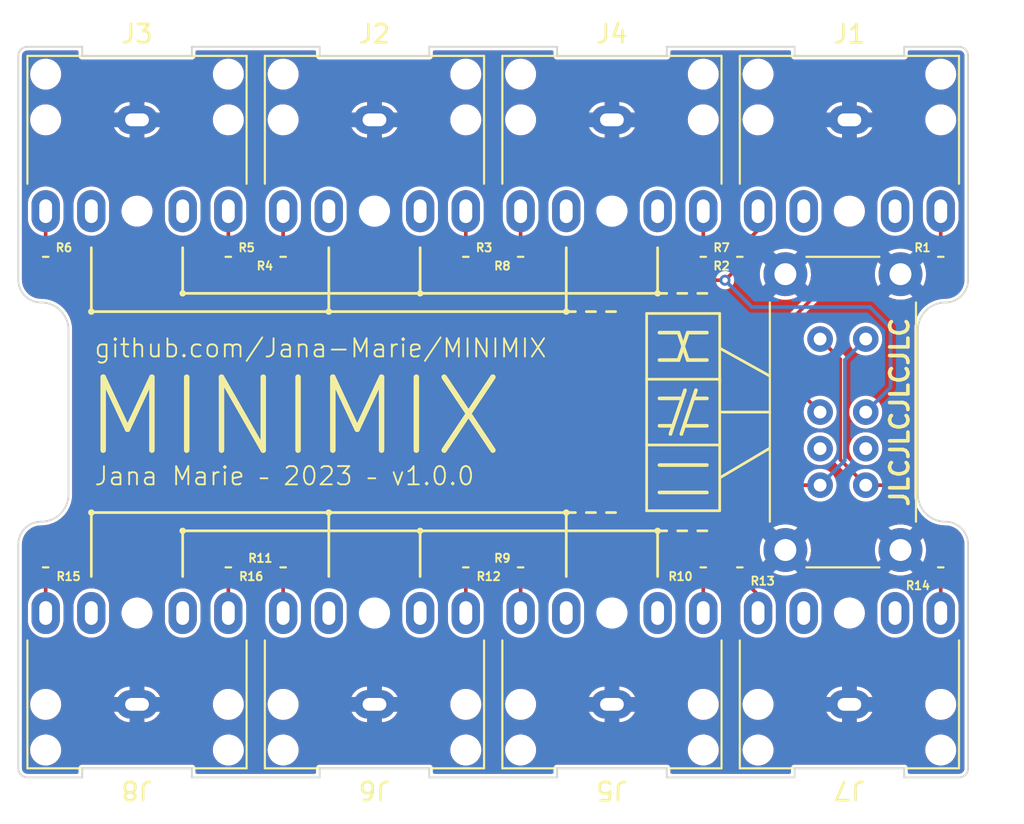
<source format=kicad_pcb>
(kicad_pcb (version 20211014) (generator pcbnew)
  (title_block (title "MINIMIX") (date "2023-03-21") (rev "v1.0.0") (company "Jana Marie Hemsing"))
  (layers (0 "F.Cu" signal) (31 "B.Cu" signal) (34 "B.Paste" user) (35 "F.Paste" user) (36 "B.SilkS" user "B.Silkscreen") (37 "F.SilkS" user "F.Silkscreen") (38 "B.Mask" user) (39 "F.Mask" user) (44 "Edge.Cuts" user))
  (net 0 "")
  (net 1 "GND")
  (net 2 "Net-(R1-Pad1)")
  (net 3 "Net-(J1-PadR)")
  (net 4 "Net-(J1-PadT)")
  (net 5 "Net-(R2-Pad2)")
  (net 6 "Net-(J2-PadR)")
  (net 7 "Net-(J2-PadT)")
  (net 8 "Net-(J3-PadR)")
  (net 9 "Net-(J3-PadT)")
  (net 10 "Net-(J4-PadR)")
  (net 11 "Net-(J4-PadT)")
  (net 12 "Net-(J5-PadR)")
  (net 13 "Net-(J5-PadT)")
  (net 14 "Net-(J6-PadR)")
  (net 15 "Net-(J6-PadT)")
  (net 16 "Net-(J7-PadR)")
  (net 17 "Net-(J7-PadT)")
  (net 20 "Net-(SW1-PadA1)")
  (net 21 "Net-(SW1-PadA4)")
  (net 22 "Net-(R15-Pad2)")
  (net 23 "Net-(R16-Pad1)")
  (footprint "otter:PJ-3126-5A" (layer "F.Cu") (at 97 34)
    (fp_text reference "J1" (at 0 -4.7 unlocked) (layer "F.SilkS"))
    (fp_text value "INOUT")
    (fp_line (start -6 -3.5) (end 6 -3.5) (layer "F.SilkS") (width 0.12))
    (fp_line (start 6 3.5) (end 6 -3.5) (layer "F.SilkS") (width 0.12))
    (fp_line (start -6 3.5) (end -6 -3.5) (layer "F.SilkS") (width 0.12))
    (pad "" np_thru_hole circle (at -5 0 90) (size 1.2 1.2) (drill 1.2) (layers F&B.Cu *.Mask))
    (pad "" np_thru_hole circle (at 5 0 90) (size 1.2 1.2) (drill 1.2) (layers F&B.Cu *.Mask))
    (pad "" np_thru_hole circle (at -5 -2.5 90) (size 1.2 1.2) (drill 1.2) (layers F&B.Cu *.Mask))
    (pad "" np_thru_hole circle (at 5 -2.5 90) (size 1.2 1.2) (drill 1.2) (layers F&B.Cu *.Mask))
    (pad "" np_thru_hole circle (at 0 5 90) (size 1.2 1.2) (drill 1.2) (layers F&B.Cu *.Mask))
    (pad "R" thru_hole oval (at 5 5 90) (size 2.3 1.55) (drill oval 1.3 0.7) (layers *.Cu *.Mask) (net 3 "Net-(J1-PadR)"))
    (pad "RN" thru_hole oval (at 2.5 5 90) (size 2.3 1.55) (drill oval 1.3 0.7) (layers *.Cu *.Mask))
    (pad "S" thru_hole oval (at 0 0) (size 2.3 1.55) (drill oval 1.3 0.7) (layers *.Cu *.Mask) (net 1 "GND"))
    (pad "T" thru_hole oval (at -5 5 90) (size 2.3 1.55) (drill oval 1.3 0.7) (layers *.Cu *.Mask) (net 4 "Net-(J1-PadT)"))
    (pad "TN" thru_hole oval (at -2.5 5 90) (size 2.3 1.55) (drill oval 1.3 0.7) (layers *.Cu *.Mask))
  )
  (footprint "otter:PJ-3126-5A" (layer "F.Cu") (at 58 34)
    (fp_text reference "J3" (at 0 -4.7 unlocked) (layer "F.SilkS"))
    (fp_text value "INOUT")
    (fp_line (start 6 3.5) (end 6 -3.5) (layer "F.SilkS") (width 0.12))
    (fp_line (start -6 3.5) (end -6 -3.5) (layer "F.SilkS") (width 0.12))
    (fp_line (start -6 -3.5) (end 6 -3.5) (layer "F.SilkS") (width 0.12))
    (pad "" np_thru_hole circle (at 0 5 90) (size 1.2 1.2) (drill 1.2) (layers F&B.Cu *.Mask))
    (pad "" np_thru_hole circle (at 5 0 90) (size 1.2 1.2) (drill 1.2) (layers F&B.Cu *.Mask))
    (pad "" np_thru_hole circle (at -5 -2.5 90) (size 1.2 1.2) (drill 1.2) (layers F&B.Cu *.Mask))
    (pad "" np_thru_hole circle (at -5 0 90) (size 1.2 1.2) (drill 1.2) (layers F&B.Cu *.Mask))
    (pad "" np_thru_hole circle (at 5 -2.5 90) (size 1.2 1.2) (drill 1.2) (layers F&B.Cu *.Mask))
    (pad "R" thru_hole oval (at 5 5 90) (size 2.3 1.55) (drill oval 1.3 0.7) (layers *.Cu *.Mask) (net 8 "Net-(J3-PadR)"))
    (pad "RN" thru_hole oval (at 2.5 5 90) (size 2.3 1.55) (drill oval 1.3 0.7) (layers *.Cu *.Mask))
    (pad "S" thru_hole oval (at 0 0) (size 2.3 1.55) (drill oval 1.3 0.7) (layers *.Cu *.Mask) (net 1 "GND"))
    (pad "T" thru_hole oval (at -5 5 90) (size 2.3 1.55) (drill oval 1.3 0.7) (layers *.Cu *.Mask) (net 9 "Net-(J3-PadT)"))
    (pad "TN" thru_hole oval (at -2.5 5 90) (size 2.3 1.55) (drill oval 1.3 0.7) (layers *.Cu *.Mask))
  )
  (footprint "otter:PJ-3126-5A" (layer "F.Cu") (at 84 34)
    (fp_text reference "J4" (at 0 -4.7 unlocked) (layer "F.SilkS"))
    (fp_text value "INOUT")
    (fp_line (start -6 3.5) (end -6 -3.5) (layer "F.SilkS") (width 0.12))
    (fp_line (start -6 -3.5) (end 6 -3.5) (layer "F.SilkS") (width 0.12))
    (fp_line (start 6 3.5) (end 6 -3.5) (layer "F.SilkS") (width 0.12))
    (pad "" np_thru_hole circle (at 5 0 90) (size 1.2 1.2) (drill 1.2) (layers F&B.Cu *.Mask))
    (pad "" np_thru_hole circle (at -5 -2.5 90) (size 1.2 1.2) (drill 1.2) (layers F&B.Cu *.Mask))
    (pad "" np_thru_hole circle (at 0 5 90) (size 1.2 1.2) (drill 1.2) (layers F&B.Cu *.Mask))
    (pad "" np_thru_hole circle (at -5 0 90) (size 1.2 1.2) (drill 1.2) (layers F&B.Cu *.Mask))
    (pad "" np_thru_hole circle (at 5 -2.5 90) (size 1.2 1.2) (drill 1.2) (layers F&B.Cu *.Mask))
    (pad "R" thru_hole oval (at 5 5 90) (size 2.3 1.55) (drill oval 1.3 0.7) (layers *.Cu *.Mask) (net 10 "Net-(J4-PadR)"))
    (pad "RN" thru_hole oval (at 2.5 5 90) (size 2.3 1.55) (drill oval 1.3 0.7) (layers *.Cu *.Mask))
    (pad "S" thru_hole oval (at 0 0) (size 2.3 1.55) (drill oval 1.3 0.7) (layers *.Cu *.Mask) (net 1 "GND"))
    (pad "T" thru_hole oval (at -5 5 90) (size 2.3 1.55) (drill oval 1.3 0.7) (layers *.Cu *.Mask) (net 11 "Net-(J4-PadT)"))
    (pad "TN" thru_hole oval (at -2.5 5 90) (size 2.3 1.55) (drill oval 1.3 0.7) (layers *.Cu *.Mask))
  )
  (footprint "otter:R_0402" (layer "F.Cu") (at 53 58.5 -90)
    (fp_text reference "R15" (at 0.5 -1.25 180) (layer "F.SilkS") (effects (font (size 0.45 0.45) (thickness 0.1))))
    (fp_text value "5k1" hide)
    (fp_line (start 0 0.15) (end 0 -0.15) (layer "F.SilkS") (width 0.12))
    (pad "1" smd rect locked (at -0.47 0 270) (size 0.5 0.6) (layers "F.Cu" "F.Paste" "F.Mask") (net 20 "Net-(SW1-PadA1)"))
    (pad "2" smd rect locked (at 0.47 0 270) (size 0.5 0.6) (layers "F.Cu" "F.Paste" "F.Mask") (net 22 "Net-(R15-Pad2)"))
  )
  (footprint "otter:R_0402" (layer "F.Cu") (at 79 41.5 -90)
    (fp_text reference "R8" (at 0.5 1 180) (layer "F.SilkS") (effects (font (size 0.45 0.45) (thickness 0.1))))
    (fp_text value "5k1" hide)
    (fp_line (start 0 0.15) (end 0 -0.15) (layer "F.SilkS") (width 0.12))
    (pad "1" smd rect locked (at -0.47 0 270) (size 0.5 0.6) (layers "F.Cu" "F.Paste" "F.Mask") (net 11 "Net-(J4-PadT)"))
    (pad "2" smd rect locked (at 0.47 0 270) (size 0.5 0.6) (layers "F.Cu" "F.Paste" "F.Mask") (net 5 "Net-(R2-Pad2)"))
  )
  (footprint "otter:PJ-3126-5A" (layer "F.Cu") (at 97 66 180)
    (fp_text reference "J7" (at 0 -4.7 180 unlocked) (layer "F.SilkS"))
    (fp_text value "INOUT")
    (fp_line (start -6 3.5) (end -6 -3.5) (layer "F.SilkS") (width 0.12))
    (fp_line (start -6 -3.5) (end 6 -3.5) (layer "F.SilkS") (width 0.12))
    (fp_line (start 6 3.5) (end 6 -3.5) (layer "F.SilkS") (width 0.12))
    (pad "" np_thru_hole circle (at 0 5 270) (size 1.2 1.2) (drill 1.2) (layers F&B.Cu *.Mask))
    (pad "" np_thru_hole circle (at 5 0 270) (size 1.2 1.2) (drill 1.2) (layers F&B.Cu *.Mask))
    (pad "" np_thru_hole circle (at 5 -2.5 270) (size 1.2 1.2) (drill 1.2) (layers F&B.Cu *.Mask))
    (pad "" np_thru_hole circle (at -5 0 270) (size 1.2 1.2) (drill 1.2) (layers F&B.Cu *.Mask))
    (pad "" np_thru_hole circle (at -5 -2.5 270) (size 1.2 1.2) (drill 1.2) (layers F&B.Cu *.Mask))
    (pad "R" thru_hole oval (at 5 5 270) (size 2.3 1.55) (drill oval 1.3 0.7) (layers *.Cu *.Mask) (net 16 "Net-(J7-PadR)"))
    (pad "RN" thru_hole oval (at 2.5 5 270) (size 2.3 1.55) (drill oval 1.3 0.7) (layers *.Cu *.Mask))
    (pad "S" thru_hole oval (at 0 0 180) (size 2.3 1.55) (drill oval 1.3 0.7) (layers *.Cu *.Mask) (net 1 "GND"))
    (pad "T" thru_hole oval (at -5 5 270) (size 2.3 1.55) (drill oval 1.3 0.7) (layers *.Cu *.Mask) (net 17 "Net-(J7-PadT)"))
    (pad "TN" thru_hole oval (at -2.5 5 270) (size 2.3 1.55) (drill oval 1.3 0.7) (layers *.Cu *.Mask))
  )
  (footprint "otter:R_0402" (layer "F.Cu") (at 76 41.5 90)
    (fp_text reference "R3" (at 0.5 1 180) (layer "F.SilkS") (effects (font (size 0.45 0.45) (thickness 0.1))))
    (fp_text value "5k1" hide)
    (fp_line (start 0 0.15) (end 0 -0.15) (layer "F.SilkS") (width 0.12))
    (pad "1" smd rect locked (at -0.47 0 90) (size 0.5 0.6) (layers "F.Cu" "F.Paste" "F.Mask") (net 2 "Net-(R1-Pad1)"))
    (pad "2" smd rect locked (at 0.47 0 90) (size 0.5 0.6) (layers "F.Cu" "F.Paste" "F.Mask") (net 6 "Net-(J2-PadR)"))
  )
  (footprint "otter:PJ-3126-5A" (layer "F.Cu") (at 58 66 180)
    (fp_text reference "J8" (at 0 -4.7 180 unlocked) (layer "F.SilkS"))
    (fp_text value "INOUT")
    (fp_line (start -6 3.5) (end -6 -3.5) (layer "F.SilkS") (width 0.12))
    (fp_line (start -6 -3.5) (end 6 -3.5) (layer "F.SilkS") (width 0.12))
    (fp_line (start 6 3.5) (end 6 -3.5) (layer "F.SilkS") (width 0.12))
    (pad "" np_thru_hole circle (at 5 0 270) (size 1.2 1.2) (drill 1.2) (layers F&B.Cu *.Mask))
    (pad "" np_thru_hole circle (at -5 0 270) (size 1.2 1.2) (drill 1.2) (layers F&B.Cu *.Mask))
    (pad "" np_thru_hole circle (at 5 -2.5 270) (size 1.2 1.2) (drill 1.2) (layers F&B.Cu *.Mask))
    (pad "" np_thru_hole circle (at 0 5 270) (size 1.2 1.2) (drill 1.2) (layers F&B.Cu *.Mask))
    (pad "" np_thru_hole circle (at -5 -2.5 270) (size 1.2 1.2) (drill 1.2) (layers F&B.Cu *.Mask))
    (pad "R" thru_hole oval (at 5 5 270) (size 2.3 1.55) (drill oval 1.3 0.7) (layers *.Cu *.Mask) (net 22 "Net-(R15-Pad2)"))
    (pad "RN" thru_hole oval (at 2.5 5 270) (size 2.3 1.55) (drill oval 1.3 0.7) (layers *.Cu *.Mask))
    (pad "S" thru_hole oval (at 0 0 180) (size 2.3 1.55) (drill oval 1.3 0.7) (layers *.Cu *.Mask) (net 1 "GND"))
    (pad "T" thru_hole oval (at -5 5 270) (size 2.3 1.55) (drill oval 1.3 0.7) (layers *.Cu *.Mask) (net 23 "Net-(R16-Pad1)"))
    (pad "TN" thru_hole oval (at -2.5 5 270) (size 2.3 1.55) (drill oval 1.3 0.7) (layers *.Cu *.Mask))
  )
  (footprint "otter:R_0402" (layer "F.Cu") (at 53 41.5 -90)
    (fp_text reference "R6" (at -0.5 -1 180) (layer "F.SilkS") (effects (font (size 0.45 0.45) (thickness 0.1))))
    (fp_text value "5k1" hide)
    (fp_line (start 0 0.15) (end 0 -0.15) (layer "F.SilkS") (width 0.12))
    (pad "1" smd rect locked (at -0.47 0 270) (size 0.5 0.6) (layers "F.Cu" "F.Paste" "F.Mask") (net 9 "Net-(J3-PadT)"))
    (pad "2" smd rect locked (at 0.47 0 270) (size 0.5 0.6) (layers "F.Cu" "F.Paste" "F.Mask") (net 5 "Net-(R2-Pad2)"))
  )
  (footprint "otter:R_0402" (layer "F.Cu") (at 89 58.5 90)
    (fp_text reference "R10" (at -0.5 -1.25 180) (layer "F.SilkS") (effects (font (size 0.45 0.45) (thickness 0.1))))
    (fp_text value "5k1" hide)
    (fp_line (start 0 0.15) (end 0 -0.15) (layer "F.SilkS") (width 0.12))
    (pad "1" smd rect locked (at -0.47 0 90) (size 0.5 0.6) (layers "F.Cu" "F.Paste" "F.Mask") (net 13 "Net-(J5-PadT)"))
    (pad "2" smd rect locked (at 0.47 0 90) (size 0.5 0.6) (layers "F.Cu" "F.Paste" "F.Mask") (net 21 "Net-(SW1-PadA4)"))
  )
  (footprint "otter:R_0402" (layer "F.Cu") (at 66 41.5 -90)
    (fp_text reference "R4" (at 0.5 1 180) (layer "F.SilkS") (effects (font (size 0.45 0.45) (thickness 0.1))))
    (fp_text value "5k1" hide)
    (fp_line (start 0 0.15) (end 0 -0.15) (layer "F.SilkS") (width 0.12))
    (pad "1" smd rect locked (at -0.47 0 270) (size 0.5 0.6) (layers "F.Cu" "F.Paste" "F.Mask") (net 7 "Net-(J2-PadT)"))
    (pad "2" smd rect locked (at 0.47 0 270) (size 0.5 0.6) (layers "F.Cu" "F.Paste" "F.Mask") (net 5 "Net-(R2-Pad2)"))
  )
  (footprint "otter:R_0402" (layer "F.Cu") (at 79 58.5 -90)
    (fp_text reference "R9" (at -0.5 1 180) (layer "F.SilkS") (effects (font (size 0.45 0.45) (thickness 0.1))))
    (fp_text value "5k1" hide)
    (fp_line (start 0 0.15) (end 0 -0.15) (layer "F.SilkS") (width 0.12))
    (pad "1" smd rect locked (at -0.47 0 270) (size 0.5 0.6) (layers "F.Cu" "F.Paste" "F.Mask") (net 20 "Net-(SW1-PadA1)"))
    (pad "2" smd rect locked (at 0.47 0 270) (size 0.5 0.6) (layers "F.Cu" "F.Paste" "F.Mask") (net 12 "Net-(J5-PadR)"))
  )
  (footprint "otter:R_0402" (layer "F.Cu") (at 102 58.5 90)
    (fp_text reference "R14" (at -1 -1.25 180) (layer "F.SilkS") (effects (font (size 0.45 0.45) (thickness 0.1))))
    (fp_text value "5k1" hide)
    (fp_line (start 0 0.15) (end 0 -0.15) (layer "F.SilkS") (width 0.12))
    (pad "1" smd rect locked (at -0.47 0 90) (size 0.5 0.6) (layers "F.Cu" "F.Paste" "F.Mask") (net 17 "Net-(J7-PadT)"))
    (pad "2" smd rect locked (at 0.47 0 90) (size 0.5 0.6) (layers "F.Cu" "F.Paste" "F.Mask") (net 21 "Net-(SW1-PadA4)"))
  )
  (footprint "otter:PJ-3126-5A" (layer "F.Cu") (at 71 34)
    (fp_text reference "J2" (at 0 -4.7 unlocked) (layer "F.SilkS"))
    (fp_text value "INOUT")
    (fp_line (start -6 3.5) (end -6 -3.5) (layer "F.SilkS") (width 0.12))
    (fp_line (start 6 3.5) (end 6 -3.5) (layer "F.SilkS") (width 0.12))
    (fp_line (start -6 -3.5) (end 6 -3.5) (layer "F.SilkS") (width 0.12))
    (pad "" np_thru_hole circle (at 5 -2.5 90) (size 1.2 1.2) (drill 1.2) (layers F&B.Cu *.Mask))
    (pad "" np_thru_hole circle (at -5 -2.5 90) (size 1.2 1.2) (drill 1.2) (layers F&B.Cu *.Mask))
    (pad "" np_thru_hole circle (at 5 0 90) (size 1.2 1.2) (drill 1.2) (layers F&B.Cu *.Mask))
    (pad "" np_thru_hole circle (at 0 5 90) (size 1.2 1.2) (drill 1.2) (layers F&B.Cu *.Mask))
    (pad "" np_thru_hole circle (at -5 0 90) (size 1.2 1.2) (drill 1.2) (layers F&B.Cu *.Mask))
    (pad "R" thru_hole oval (at 5 5 90) (size 2.3 1.55) (drill oval 1.3 0.7) (layers *.Cu *.Mask) (net 6 "Net-(J2-PadR)"))
    (pad "RN" thru_hole oval (at 2.5 5 90) (size 2.3 1.55) (drill oval 1.3 0.7) (layers *.Cu *.Mask))
    (pad "S" thru_hole oval (at 0 0) (size 2.3 1.55) (drill oval 1.3 0.7) (layers *.Cu *.Mask) (net 1 "GND"))
    (pad "T" thru_hole oval (at -5 5 90) (size 2.3 1.55) (drill oval 1.3 0.7) (layers *.Cu *.Mask) (net 7 "Net-(J2-PadT)"))
    (pad "TN" thru_hole oval (at -2.5 5 90) (size 2.3 1.55) (drill oval 1.3 0.7) (layers *.Cu *.Mask))
  )
  (footprint "otter:PJ-3126-5A" (layer "F.Cu") (at 84 66 180)
    (fp_text reference "J5" (at 0 -4.7 180 unlocked) (layer "F.SilkS"))
    (fp_text value "INOUT")
    (fp_line (start 6 3.5) (end 6 -3.5) (layer "F.SilkS") (width 0.12))
    (fp_line (start -6 -3.5) (end 6 -3.5) (layer "F.SilkS") (width 0.12))
    (fp_line (start -6 3.5) (end -6 -3.5) (layer "F.SilkS") (width 0.12))
    (pad "" np_thru_hole circle (at -5 -2.5 270) (size 1.2 1.2) (drill 1.2) (layers F&B.Cu *.Mask))
    (pad "" np_thru_hole circle (at 5 -2.5 270) (size 1.2 1.2) (drill 1.2) (layers F&B.Cu *.Mask))
    (pad "" np_thru_hole circle (at -5 0 270) (size 1.2 1.2) (drill 1.2) (layers F&B.Cu *.Mask))
    (pad "" np_thru_hole circle (at 0 5 270) (size 1.2 1.2) (drill 1.2) (layers F&B.Cu *.Mask))
    (pad "" np_thru_hole circle (at 5 0 270) (size 1.2 1.2) (drill 1.2) (layers F&B.Cu *.Mask))
    (pad "R" thru_hole oval (at 5 5 270) (size 2.3 1.55) (drill oval 1.3 0.7) (layers *.Cu *.Mask) (net 12 "Net-(J5-PadR)"))
    (pad "RN" thru_hole oval (at 2.5 5 270) (size 2.3 1.55) (drill oval 1.3 0.7) (layers *.Cu *.Mask))
    (pad "S" thru_hole oval (at 0 0 180) (size 2.3 1.55) (drill oval 1.3 0.7) (layers *.Cu *.Mask) (net 1 "GND"))
    (pad "T" thru_hole oval (at -5 5 270) (size 2.3 1.55) (drill oval 1.3 0.7) (layers *.Cu *.Mask) (net 13 "Net-(J5-PadT)"))
    (pad "TN" thru_hole oval (at -2.5 5 270) (size 2.3 1.55) (drill oval 1.3 0.7) (layers *.Cu *.Mask))
  )
  (footprint "otter:SK23D05" (layer "F.Cu") (at 96.645 50 90)
    (fp_text reference "SW1" hide)
    (fp_text value "SK23D05")
    (fp_line (start -6 4) (end 6 4) (layer "F.SilkS") (width 0.12))
    (fp_line (start -6 -4) (end 6 -4) (layer "F.SilkS") (width 0.12))
    (fp_line (start 8.5 -2) (end 8.5 2) (layer "F.SilkS") (width 0.12))
    (fp_line (start -8.5 -2) (end -8.5 2) (layer "F.SilkS") (width 0.12))
    (pad "A1" thru_hole circle (at -4 -1.25 90) (size 1.4 1.4) (drill 0.7) (layers *.Cu *.Mask) (net 20 "Net-(SW1-PadA1)"))
    (pad "A2" thru_hole circle (at -2 -1.25 90) (size 1.4 1.4) (drill 0.7) (layers *.Cu *.Mask))
    (pad "A3" thru_hole circle (at 0 -1.25 90) (size 1.4 1.4) (drill 0.7) (layers *.Cu *.Mask) (net 2 "Net-(R1-Pad1)"))
    (pad "A4" thru_hole circle (at 4 -1.25 90) (size 1.4 1.4) (drill 0.7) (layers *.Cu *.Mask) (net 21 "Net-(SW1-PadA4)"))
    (pad "B1" thru_hole circle (at -4 1.25 90) (size 1.4 1.4) (drill 0.7) (layers *.Cu *.Mask) (net 21 "Net-(SW1-PadA4)"))
    (pad "B2" thru_hole circle (at -2 1.25 90) (size 1.4 1.4) (drill 0.7) (layers *.Cu *.Mask))
    (pad "B3" thru_hole circle (at 0 1.25 90) (size 1.4 1.4) (drill 0.7) (layers *.Cu *.Mask) (net 5 "Net-(R2-Pad2)"))
    (pad "B4" thru_hole circle (at 4 1.25 90) (size 1.4 1.4) (drill 0.7) (layers *.Cu *.Mask) (net 20 "Net-(SW1-PadA1)"))
    (pad "S1" thru_hole circle (at -7.55 3.15 90) (size 2.4 2.4) (drill 1.2) (layers *.Cu *.Mask) (net 1 "GND"))
    (pad "S1" thru_hole circle (at 7.55 -3.15 90) (size 2.4 2.4) (drill 1.2) (layers *.Cu *.Mask) (net 1 "GND"))
    (pad "S1" thru_hole circle (at 7.55 3.15 90) (size 2.4 2.4) (drill 1.2) (layers *.Cu *.Mask) (net 1 "GND"))
    (pad "S1" thru_hole circle (at -7.55 -3.15 90) (size 2.4 2.4) (drill 1.2) (layers *.Cu *.Mask) (net 1 "GND"))
  )
  (footprint "otter:R_0402" (layer "F.Cu") (at 63 58.5 90)
    (fp_text reference "R16" (at -0.5 1.25 180) (layer "F.SilkS") (effects (font (size 0.45 0.45) (thickness 0.1))))
    (fp_text value "5k1" hide)
    (fp_line (start 0 0.15) (end 0 -0.15) (layer "F.SilkS") (width 0.12))
    (pad "1" smd rect locked (at -0.47 0 90) (size 0.5 0.6) (layers "F.Cu" "F.Paste" "F.Mask") (net 23 "Net-(R16-Pad1)"))
    (pad "2" smd rect locked (at 0.47 0 90) (size 0.5 0.6) (layers "F.Cu" "F.Paste" "F.Mask") (net 21 "Net-(SW1-PadA4)"))
  )
  (footprint "otter:R_0402" (layer "F.Cu") (at 89 41.5 90)
    (fp_text reference "R7" (at 0.5 1 180) (layer "F.SilkS") (effects (font (size 0.45 0.45) (thickness 0.1))))
    (fp_text value "5k1" hide)
    (fp_line (start 0 0.15) (end 0 -0.15) (layer "F.SilkS") (width 0.12))
    (pad "1" smd rect locked (at -0.47 0 90) (size 0.5 0.6) (layers "F.Cu" "F.Paste" "F.Mask") (net 2 "Net-(R1-Pad1)"))
    (pad "2" smd rect locked (at 0.47 0 90) (size 0.5 0.6) (layers "F.Cu" "F.Paste" "F.Mask") (net 10 "Net-(J4-PadR)"))
  )
  (footprint "otter:R_0402" (layer "F.Cu") (at 76 58.5 90)
    (fp_text reference "R12" (at -0.5 1.25 180) (layer "F.SilkS") (effects (font (size 0.45 0.45) (thickness 0.1))))
    (fp_text value "5k1" hide)
    (fp_line (start 0 0.15) (end 0 -0.15) (layer "F.SilkS") (width 0.12))
    (pad "1" smd rect locked (at -0.47 0 90) (size 0.5 0.6) (layers "F.Cu" "F.Paste" "F.Mask") (net 15 "Net-(J6-PadT)"))
    (pad "2" smd rect locked (at 0.47 0 90) (size 0.5 0.6) (layers "F.Cu" "F.Paste" "F.Mask") (net 21 "Net-(SW1-PadA4)"))
  )
  (footprint "otter:R_0402" (layer "F.Cu") (at 102 41.5 90)
    (fp_text reference "R1" (at 0.5 -1 180) (layer "F.SilkS") (effects (font (size 0.45 0.45) (thickness 0.1))))
    (fp_text value "5k1" hide)
    (fp_line (start 0 0.15) (end 0 -0.15) (layer "F.SilkS") (width 0.12))
    (pad "1" smd rect locked (at -0.47 0 90) (size 0.5 0.6) (layers "F.Cu" "F.Paste" "F.Mask") (net 2 "Net-(R1-Pad1)"))
    (pad "2" smd rect locked (at 0.47 0 90) (size 0.5 0.6) (layers "F.Cu" "F.Paste" "F.Mask") (net 3 "Net-(J1-PadR)"))
  )
  (footprint "otter:R_0402" (layer "F.Cu") (at 66 58.5 -90)
    (fp_text reference "R11" (at -0.5 1.25 180) (layer "F.SilkS") (effects (font (size 0.45 0.45) (thickness 0.1))))
    (fp_text value "5k1" hide)
    (fp_line (start 0 0.15) (end 0 -0.15) (layer "F.SilkS") (width 0.12))
    (pad "1" smd rect locked (at -0.47 0 270) (size 0.5 0.6) (layers "F.Cu" "F.Paste" "F.Mask") (net 20 "Net-(SW1-PadA1)"))
    (pad "2" smd rect locked (at 0.47 0 270) (size 0.5 0.6) (layers "F.Cu" "F.Paste" "F.Mask") (net 14 "Net-(J6-PadR)"))
  )
  (footprint "otter:R_0402" (layer "F.Cu") (at 91 41.5 -90)
    (fp_text reference "R2" (at 0.5 1 180) (layer "F.SilkS") (effects (font (size 0.45 0.45) (thickness 0.1))))
    (fp_text value "5k1" hide)
    (fp_line (start 0 0.15) (end 0 -0.15) (layer "F.SilkS") (width 0.12))
    (pad "1" smd rect locked (at -0.47 0 270) (size 0.5 0.6) (layers "F.Cu" "F.Paste" "F.Mask") (net 4 "Net-(J1-PadT)"))
    (pad "2" smd rect locked (at 0.47 0 270) (size 0.5 0.6) (layers "F.Cu" "F.Paste" "F.Mask") (net 5 "Net-(R2-Pad2)"))
  )
  (footprint "otter:PJ-3126-5A" (layer "F.Cu") (at 71 66 180)
    (fp_text reference "J6" (at 0 -4.7 180 unlocked) (layer "F.SilkS"))
    (fp_text value "INOUT")
    (fp_line (start -6 3.5) (end -6 -3.5) (layer "F.SilkS") (width 0.12))
    (fp_line (start -6 -3.5) (end 6 -3.5) (layer "F.SilkS") (width 0.12))
    (fp_line (start 6 3.5) (end 6 -3.5) (layer "F.SilkS") (width 0.12))
    (pad "" np_thru_hole circle (at -5 0 270) (size 1.2 1.2) (drill 1.2) (layers F&B.Cu *.Mask))
    (pad "" np_thru_hole circle (at 5 -2.5 270) (size 1.2 1.2) (drill 1.2) (layers F&B.Cu *.Mask))
    (pad "" np_thru_hole circle (at -5 -2.5 270) (size 1.2 1.2) (drill 1.2) (layers F&B.Cu *.Mask))
    (pad "" np_thru_hole circle (at 0 5 270) (size 1.2 1.2) (drill 1.2) (layers F&B.Cu *.Mask))
    (pad "" np_thru_hole circle (at 5 0 270) (size 1.2 1.2) (drill 1.2) (layers F&B.Cu *.Mask))
    (pad "R" thru_hole oval (at 5 5 270) (size 2.3 1.55) (drill oval 1.3 0.7) (layers *.Cu *.Mask) (net 14 "Net-(J6-PadR)"))
    (pad "RN" thru_hole oval (at 2.5 5 270) (size 2.3 1.55) (drill oval 1.3 0.7) (layers *.Cu *.Mask))
    (pad "S" thru_hole oval (at 0 0 180) (size 2.3 1.55) (drill oval 1.3 0.7) (layers *.Cu *.Mask) (net 1 "GND"))
    (pad "T" thru_hole oval (at -5 5 270) (size 2.3 1.55) (drill oval 1.3 0.7) (layers *.Cu *.Mask) (net 15 "Net-(J6-PadT)"))
    (pad "TN" thru_hole oval (at -2.5 5 270) (size 2.3 1.55) (drill oval 1.3 0.7) (layers *.Cu *.Mask))
  )
  (footprint "otter:R_0402" (layer "F.Cu") (at 63 41.5 90)
    (fp_text reference "R5" (at 0.5 1 180) (layer "F.SilkS") (effects (font (size 0.45 0.45) (thickness 0.1))))
    (fp_text value "5k1" hide)
    (fp_line (start 0 0.15) (end 0 -0.15) (layer "F.SilkS") (width 0.12))
    (pad "1" smd rect locked (at -0.47 0 90) (size 0.5 0.6) (layers "F.Cu" "F.Paste" "F.Mask") (net 2 "Net-(R1-Pad1)"))
    (pad "2" smd rect locked (at 0.47 0 90) (size 0.5 0.6) (layers "F.Cu" "F.Paste" "F.Mask") (net 8 "Net-(J3-PadR)"))
  )
  (footprint "otter:R_0402" (layer "F.Cu") (at 91 58.5 -90)
    (fp_text reference "R13" (at 0.75 -1.25 180) (layer "F.SilkS") (effects (font (size 0.45 0.45) (thickness 0.1))))
    (fp_text value "5k1" hide)
    (fp_line (start 0 0.15) (end 0 -0.15) (layer "F.SilkS") (width 0.12))
    (pad "1" smd rect locked (at -0.47 0 270) (size 0.5 0.6) (layers "F.Cu" "F.Paste" "F.Mask") (net 20 "Net-(SW1-PadA1)"))
    (pad "2" smd rect locked (at 0.47 0 270) (size 0.5 0.6) (layers "F.Cu" "F.Paste" "F.Mask") (net 16 "Net-(J7-PadR)"))
  )
  (gr_line (start 68.5 55.5) (end 68.5 59) (layer "F.SilkS") (width 0.15))
  (gr_line (start 87.6 43.5) (end 88.1 43.5) (layer "F.SilkS") (width 0.15))
  (gr_line (start 87.65 45.65) (end 86.6 45.65) (layer "F.SilkS") (width 0.2))
  (gr_line (start 89.9 44.6) (end 89.9 48.4) (layer "F.SilkS") (width 0.15))
  (gr_line (start 82.6 44.5) (end 83.1 44.5) (layer "F.SilkS") (width 0.15))
  (gr_line (start 86.5 56.5) (end 87 56.5) (layer "F.SilkS") (width 0.15))
  (gr_circle (center 81.5 55.5) (end 81.6 55.5) (layer "F.SilkS") (width 0.15) (fill none))
  (gr_line (start 68.5 41) (end 68.5 44.5) (layer "F.SilkS") (width 0.15))
  (gr_circle (center 81.5 44.5) (end 81.6 44.5) (layer "F.SilkS") (width 0.15) (fill none))
  (gr_circle (center 68.5 44.5) (end 68.6 44.5) (layer "F.SilkS") (width 0.15) (fill none))
  (gr_line (start 87.8 49.25) (end 86.6 49.25) (layer "F.SilkS") (width 0.2))
  (gr_line (start 85.9 51.8) (end 85.9 48.2) (layer "F.SilkS") (width 0.15))
  (gr_line (start 73.5 41) (end 73.5 43.5) (layer "F.SilkS") (width 0.15))
  (gr_line (start 88.15 47.15) (end 89.2 47.15) (layer "F.SilkS") (width 0.2))
  (gr_line (start 81.5 41) (end 81.5 44.5) (layer "F.SilkS") (width 0.15))
  (gr_line (start 89.199999 43.5) (end 88.7 43.5) (layer "F.SilkS") (width 0.15))
  (gr_line (start 84.199999 55.5) (end 83.7 55.5) (layer "F.SilkS") (width 0.15))
  (gr_line (start 88 50.75) (end 89.2 50.75) (layer "F.SilkS") (width 0.2))
  (gr_line (start 84.199999 44.5) (end 83.7 44.5) (layer "F.SilkS") (width 0.15))
  (gr_line (start 60.5 59) (end 60.5 56.5) (layer "F.SilkS") (width 0.15))
  (gr_circle (center 55.5 44.5) (end 55.6 44.5) (layer "F.SilkS") (width 0.15) (fill none))
  (gr_line (start 60.5 43.5) (end 86.5 43.5) (layer "F.SilkS") (width 0.15))
  (gr_line (start 86.5 56.5) (end 60.5 56.5) (layer "F.SilkS") (width 0.15))
  (gr_line (start 89.9 51.8) (end 89.9 55.4) (layer "F.SilkS") (width 0.15))
  (gr_line (start 87.65 47.15) (end 88.15 45.65) (layer "F.SilkS") (width 0.2))
  (gr_circle (center 73.5 43.5) (end 73.6 43.5) (layer "F.SilkS") (width 0.15) (fill none))
  (gr_line (start 85.9 48.2) (end 89.9 48.2) (layer "F.SilkS") (width 0.15))
  (gr_line (start 88.15 45.65) (end 89.2 45.65) (layer "F.SilkS") (width 0.2))
  (gr_line (start 86.5 59) (end 86.5 56.5) (layer "F.SilkS") (width 0.15))
  (gr_line (start 55.5 55.5) (end 81.5 55.5) (layer "F.SilkS") (width 0.15))
  (gr_line (start 86.5 41) (end 86.5 43.5) (layer "F.SilkS") (width 0.15))
  (gr_line (start 60.5 41) (end 60.5 43.5) (layer "F.SilkS") (width 0.15))
  (gr_line (start 85.9 55.4) (end 85.9 51.8) (layer "F.SilkS") (width 0.15))
  (gr_line (start 87.6 56.5) (end 88.1 56.5) (layer "F.SilkS") (width 0.15))
  (gr_line (start 89.9 50) (end 92.645 50) (layer "F.SilkS") (width 0.15))
  (gr_circle (center 86.5 56.5) (end 86.6 56.5) (layer "F.SilkS") (width 0.15) (fill none))
  (gr_line (start 85.9 48.2) (end 85.9 44.6) (layer "F.SilkS") (width 0.15))
  (gr_line (start 89.9 51.8) (end 85.9 51.8) (layer "F.SilkS") (width 0.15))
  (gr_circle (center 73.5 56.5) (end 73.6 56.5) (layer "F.SilkS") (width 0.15) (fill none))
  (gr_line (start 55.5 55.5) (end 55.5 59) (layer "F.SilkS") (width 0.15))
  (gr_line (start 81.5 55.5) (end 82 55.5) (layer "F.SilkS") (width 0.15))
  (gr_line (start 87.65 45.65) (end 88.15 47.15) (layer "F.SilkS") (width 0.2))
  (gr_line (start 87.8 51.2) (end 88.6 48.8) (layer "F.SilkS") (width 0.2))
  (gr_line (start 81.5 44.5) (end 55.5 44.5) (layer "F.SilkS") (width 0.15))
  (gr_line (start 89.2 49.25) (end 88.5 49.25) (layer "F.SilkS") (width 0.2))
  (gr_line (start 86.6 50.75) (end 87.3 50.75) (layer "F.SilkS") (width 0.2))
  (gr_circle (center 55.5 55.5) (end 55.6 55.5) (layer "F.SilkS") (width 0.15) (fill none))
  (gr_line (start 86.6 52.9) (end 89.2 52.9) (layer "F.SilkS") (width 0.2))
  (gr_line (start 73.5 59) (end 73.5 56.5) (layer "F.SilkS") (width 0.15))
  (gr_line (start 89.9 46.5) (end 92.6 48) (layer "F.SilkS") (width 0.15))
  (gr_line (start 89.199999 56.5) (end 88.7 56.5) (layer "F.SilkS") (width 0.15))
  (gr_circle (center 60.5 56.5) (end 60.6 56.5) (layer "F.SilkS") (width 0.15) (fill none))
  (gr_line (start 87.65 47.15) (end 86.6 47.15) (layer "F.SilkS") (width 0.2))
  (gr_line (start 55.5 41) (end 55.5 44.5) (layer "F.SilkS") (width 0.15))
  (gr_circle (center 86.5 43.5) (end 86.6 43.5) (layer "F.SilkS") (width 0.15) (fill none))
  (gr_circle (center 60.5 43.5) (end 60.6 43.5) (layer "F.SilkS") (width 0.15) (fill none))
  (gr_line (start 81.5 44.5) (end 82 44.5) (layer "F.SilkS") (width 0.15))
  (gr_circle (center 68.5 55.5) (end 68.6 55.5) (layer "F.SilkS") (width 0.15) (fill none))
  (gr_line (start 86.5 43.5) (end 87 43.5) (layer "F.SilkS") (width 0.15))
  (gr_line (start 89.9 48.2) (end 89.9 51.8) (layer "F.SilkS") (width 0.15))
  (gr_line (start 89.9 53.6) (end 92.6 52) (layer "F.SilkS") (width 0.15))
  (gr_line (start 85.9 44.6) (end 89.9 44.6) (layer "F.SilkS") (width 0.15))
  (gr_line (start 89.9 55.4) (end 85.9 55.4) (layer "F.SilkS") (width 0.15))
  (gr_line (start 89.2 54.4) (end 86.6 54.4) (layer "F.SilkS") (width 0.2))
  (gr_line (start 82.6 55.5) (end 83.1 55.5) (layer "F.SilkS") (width 0.15))
  (gr_line (start 81.5 55.5) (end 81.5 59) (layer "F.SilkS") (width 0.15))
  (gr_line (start 87.2 51.2) (end 88 48.8) (layer "F.SilkS") (width 0.2))
  (gr_line (start 94 30.5) (end 100 30.5) (layer "Edge.Cuts") (width 0.1))
  (gr_line (start 51.5 57.25) (end 51.500001 69.5) (layer "Edge.Cuts") (width 0.1))
  (gr_line (start 61 69.999999) (end 68 69.999999) (layer "Edge.Cuts") (width 0.1))
  (gr_line (start 74 30.5) (end 74 30) (layer "Edge.Cuts") (width 0.1))
  (gr_arc (start 103.499999 42.750001) (mid 103.133882 43.633884) (end 102.249999 44) (layer "Edge.Cuts") (width 0.1))
  (gr_line (start 94 30) (end 94 30.5) (layer "Edge.Cuts") (width 0.1))
  (gr_line (start 55 69.499999) (end 55.000001 69.999999) (layer "Edge.Cuts") (width 0.1))
  (gr_line (start 55.000001 69.999999) (end 52 69.999998) (layer "Edge.Cuts") (width 0.1))
  (gr_line (start 100 69.999999) (end 103 69.999999) (layer "Edge.Cuts") (width 0.1))
  (gr_line (start 100 69.999999) (end 100 69.499999) (layer "Edge.Cuts") (width 0.1))
  (gr_line (start 61 69.499999) (end 55 69.499999) (layer "Edge.Cuts") (width 0.1))
  (gr_line (start 51.499999 30.5) (end 51.500001 42.75) (layer "Edge.Cuts") (width 0.1))
  (gr_line (start 87 30.5) (end 87 30) (layer "Edge.Cuts") (width 0.1))
  (gr_line (start 81 30) (end 81 30.5) (layer "Edge.Cuts") (width 0.1))
  (gr_line (start 81 69.499999) (end 81 69.999999) (layer "Edge.Cuts") (width 0.1))
  (gr_arc (start 52.75 44) (mid 51.866117 43.633883) (end 51.500001 42.75) (layer "Edge.Cuts") (width 0.1))
  (gr_line (start 103.499998 57.25) (end 103.499999 69.5) (layer "Edge.Cuts") (width 0.1))
  (gr_line (start 61 30.5) (end 61 30) (layer "Edge.Cuts") (width 0.1))
  (gr_line (start 100 30.5) (end 100 30) (layer "Edge.Cuts") (width 0.1))
  (gr_line (start 68 30) (end 61 30) (layer "Edge.Cuts") (width 0.1))
  (gr_line (start 55 30) (end 55 30.5) (layer "Edge.Cuts") (width 0.1))
  (gr_line (start 68 30.5) (end 74 30.5) (layer "Edge.Cuts") (width 0.1))
  (gr_arc (start 51.5 30.5) (mid 51.646447 30.146447) (end 52 30) (layer "Edge.Cuts") (width 0.1))
  (gr_line (start 74 69.499999) (end 68 69.499999) (layer "Edge.Cuts") (width 0.1))
  (gr_arc (start 103 30.000001) (mid 103.353552 30.146448) (end 103.499999 30.5) (layer "Edge.Cuts") (width 0.1))
  (gr_line (start 74 69.999999) (end 74 69.499999) (layer "Edge.Cuts") (width 0.1))
  (gr_line (start 87.000001 69.999999) (end 94 69.999999) (layer "Edge.Cuts") (width 0.1))
  (gr_line (start 87.000001 69.999999) (end 87 69.499999) (layer "Edge.Cuts") (width 0.1))
  (gr_line (start 94 30) (end 87 30) (layer "Edge.Cuts") (width 0.1))
  (gr_line (start 61 69.999999) (end 61 69.499999) (layer "Edge.Cuts") (width 0.1))
  (gr_line (start 54.25 45.5) (end 54.25 54.5) (layer "Edge.Cuts") (width 0.1))
  (gr_line (start 94 69.5) (end 94 69.999999) (layer "Edge.Cuts") (width 0.1))
  (gr_arc (start 51.5 57.25) (mid 51.866117 56.366117) (end 52.75 56.000001) (layer "Edge.Cuts") (width 0.1))
  (gr_arc (start 103.499999 69.5) (mid 103.353552 69.853552) (end 103 69.999999) (layer "Edge.Cuts") (width 0.1))
  (gr_arc locked (start 52.75 44) (mid 53.81066 44.43934) (end 54.25 45.5) (layer "Edge.Cuts") (width 0.1))
  (gr_line (start 68 30) (end 68 30.5) (layer "Edge.Cuts") (width 0.1))
  (gr_arc (start 54.25 54.5) (mid 53.81066 55.56066) (end 52.75 56) (layer "Edge.Cuts") (width 0.1))
  (gr_line (start 100 69.499999) (end 94 69.5) (layer "Edge.Cuts") (width 0.1))
  (gr_arc (start 100.749999 45.5) (mid 101.189339 44.43934) (end 102.249999 44) (layer "Edge.Cuts") (width 0.1))
  (gr_arc (start 52 69.999999) (mid 51.646448 69.853552) (end 51.500001 69.5) (layer "Edge.Cuts") (width 0.1))
  (gr_line (start 103.499999 30.5) (end 103.499999 42.750001) (layer "Edge.Cuts") (width 0.1))
  (gr_arc (start 102.249999 56) (mid 101.189339 55.56066) (end 100.749999 54.5) (layer "Edge.Cuts") (width 0.1))
  (gr_arc (start 102.249999 56) (mid 103.133882 56.366117) (end 103.499998 57.25) (layer "Edge.Cuts") (width 0.1))
  (gr_line (start 55 30.5) (end 61 30.5) (layer "Edge.Cuts") (width 0.1))
  (gr_line (start 100 30) (end 103 30.000001) (layer "Edge.Cuts") (width 0.1))
  (gr_line (start 81 30) (end 74 30) (layer "Edge.Cuts") (width 0.1))
  (gr_line (start 68 69.499999) (end 68 69.999999) (layer "Edge.Cuts") (width 0.1))
  (gr_line (start 81 30.5) (end 87 30.5) (layer "Edge.Cuts") (width 0.1))
  (gr_line (start 100.749999 54.5) (end 100.749999 45.5) (layer "Edge.Cuts") (width 0.1))
  (gr_line (start 55 30) (end 52 30) (layer "Edge.Cuts") (width 0.1))
  (gr_line (start 74 69.999999) (end 81 69.999999) (layer "Edge.Cuts") (width 0.1))
  (gr_line (start 87 69.499999) (end 81 69.499999) (layer "Edge.Cuts") (width 0.1))
  (gr_text "MINIMIX\n" (at 55 50.25) (layer "F.SilkS") (effects (font (size 4 4) (thickness 0.3)) (justify left)))
  (gr_text "github.com/Jana-Marie/MINIMIX" (at 55.6 46.5) (layer "F.SilkS") (effects (font (size 1 1) (thickness 0.1)) (justify left)))
  (gr_text "JLCJLCJLCJLC" (at 99.75 50 90) (layer "F.SilkS") (effects (font (size 1 1) (thickness 0.2))))
  (gr_text "Jana Marie – 2023 – v1.0.0" (at 55.6 53.5) (layer "F.SilkS") (effects (font (size 1 1) (thickness 0.1)) (justify left)))
  (segment (start 87.75 38.03) (end 86.97 37.25) (width 0.2) (layer "F.Cu") (net 2))
  (segment (start 95.75 37.25) (end 87 37.25) (width 0.2) (layer "F.Cu") (net 2))
  (segment (start 88.95 42) (end 87.75 40.8) (width 0.2) (layer "F.Cu") (net 2))
  (segment (start 62.95 42) (end 63 42) (width 0.2) (layer "F.Cu") (net 2))
  (segment (start 93.75 45) (end 96 42.75) (width 0.2) (layer "F.Cu") (net 2))
  (segment (start 74.75 40.8) (end 74.75 38.03) (width 0.2) (layer "F.Cu") (net 2))
  (segment (start 101.95 42) (end 100.75 40.8) (width 0.2) (layer "F.Cu") (net 2))
  (segment (start 87.75 40.8) (end 87.75 38.03) (width 0.2) (layer "F.Cu") (net 2))
  (segment (start 95.395 50) (end 93.75 48.355) (width 0.2) (layer "F.Cu") (net 2))
  (segment (start 75.95 42) (end 74.75 40.8) (width 0.2) (layer "F.Cu") (net 2))
  (segment (start 62.53 37.25) (end 61.75 38.03) (width 0.2) (layer "F.Cu") (net 2))
  (segment (start 86.97 37.25) (end 74 37.25) (width 0.2) (layer "F.Cu") (net 2))
  (segment (start 96 37.25) (end 95.75 37.25) (width 0.2) (layer "F.Cu") (net 2))
  (segment (start 100.75 38.03) (end 99.97 37.25) (width 0.2) (layer "F.Cu") (net 2))
  (segment (start 76 42) (end 75.95 42) (width 0.2) (layer "F.Cu") (net 2))
  (segment (start 99.97 37.25) (end 95.75 37.25) (width 0.2) (layer "F.Cu") (net 2))
  (segment (start 74.75 38.03) (end 73.97 37.25) (width 0.2) (layer "F.Cu") (net 2))
  (segment (start 61.75 38.03) (end 61.75 40.8) (width 0.2) (layer "F.Cu") (net 2))
  (segment (start 73.97 37.25) (end 62.53 37.25) (width 0.2) (layer "F.Cu") (net 2))
  (segment (start 61.75 40.8) (end 62.95 42) (width 0.2) (layer "F.Cu") (net 2))
  (segment (start 89 42) (end 88.95 42) (width 0.2) (layer "F.Cu") (net 2))
  (segment (start 93.75 48.355) (end 93.75 45) (width 0.2) (layer "F.Cu") (net 2))
  (segment (start 102 42) (end 101.95 42) (width 0.2) (layer "F.Cu") (net 2))
  (segment (start 96 42.75) (end 96 37.25) (width 0.2) (layer "F.Cu") (net 2))
  (segment (start 100.75 40.8) (end 100.75 38.03) (width 0.2) (layer "F.Cu") (net 2))
  (segment (start 102 41.03) (end 102 39) (width 0.2) (layer "F.Cu") (net 3))
  (segment (start 92 40.03) (end 91 41.03) (width 0.2) (layer "F.Cu") (net 4))
  (segment (start 92 39) (end 92 40.03) (width 0.2) (layer "F.Cu") (net 4))
  (segment (start 78.22 42.78) (end 66.78 42.78) (width 0.2) (layer "F.Cu") (net 5))
  (segment (start 90.19 42.78) (end 79.78 42.78) (width 0.2) (layer "F.Cu") (net 5))
  (segment (start 90.97 42) (end 90.19 42.78) (width 0.2) (layer "F.Cu") (net 5))
  (segment (start 53.78 42.78) (end 53 42) (width 0.2) (layer "F.Cu") (net 5))
  (segment (start 66.78 42.78) (end 66 42) (width 0.2) (layer "F.Cu") (net 5))
  (segment (start 79 42) (end 78.22 42.78) (width 0.2) (layer "F.Cu") (net 5))
  (segment (start 66 42) (end 65.22 42.78) (width 0.2) (layer "F.Cu") (net 5))
  (segment (start 65.22 42.78) (end 53.78 42.78) (width 0.2) (layer "F.Cu") (net 5))
  (segment (start 79.78 42.78) (end 79 42) (width 0.2) (layer "F.Cu") (net 5))
  (via (at 90.19 42.78) (size 0.6) (drill 0.3) (layers "F.Cu" "B.Cu") (net 5))
  (segment (start 97.895 50) (end 99.25 48.645) (width 0.2) (layer "B.Cu") (net 5))
  (segment (start 99.25 48.645) (end 99.25 45.375) (width 0.2) (layer "B.Cu") (net 5))
  (segment (start 91.66 44.25) (end 90.19 42.78) (width 0.2) (layer "B.Cu") (net 5))
  (segment (start 99.25 45.375) (end 98.125 44.25) (width 0.2) (layer "B.Cu") (net 5))
  (segment (start 98.125 44.25) (end 91.66 44.25) (width 0.2) (layer "B.Cu") (net 5))
  (segment (start 76 41.03) (end 76 39) (width 0.2) (layer "F.Cu") (net 6))
  (segment (start 66 41.03) (end 66 39) (width 0.2) (layer "F.Cu") (net 7))
  (segment (start 63 39) (end 63 41.03) (width 0.2) (layer "F.Cu") (net 8))
  (segment (start 53 41.03) (end 53 39) (width 0.2) (layer "F.Cu") (net 9))
  (segment (start 89 41.03) (end 89 39) (width 0.2) (layer "F.Cu") (net 10))
  (segment (start 79 41.03) (end 79 39) (width 0.2) (layer "F.Cu") (net 11))
  (segment (start 79 61) (end 79 58.97) (width 0.2) (layer "F.Cu") (net 12))
  (segment (start 89 61) (end 89 58.97) (width 0.2) (layer "F.Cu") (net 13))
  (segment (start 66 61) (end 66 58.97) (width 0.2) (layer "F.Cu") (net 14))
  (segment (start 76 61) (end 76 58.97) (width 0.2) (layer "F.Cu") (net 15))
  (segment (start 91 59) (end 91 58.97) (width 0.2) (layer "F.Cu") (net 16))
  (segment (start 92 60) (end 91 59) (width 0.2) (layer "F.Cu") (net 16))
  (segment (start 92 61) (end 92 60) (width 0.2) (layer "F.Cu") (net 16))
  (segment (start 102 58.97) (end 102 61) (width 0.2) (layer "F.Cu") (net 17))
  (segment (start 78.22 57.22) (end 79 58) (width 0.2) (layer "F.Cu") (net 20))
  (segment (start 53.78 57.25) (end 65.22 57.25) (width 0.2) (layer "F.Cu") (net 20))
  (segment (start 53 58.03) (end 53.78 57.25) (width 0.2) (layer "F.Cu") (net 20))
  (segment (start 90.19 57.22) (end 93.41 54) (width 0.2) (layer "F.Cu") (net 20))
  (segment (start 79.78 57.22) (end 90.19 57.22) (width 0.2) (layer "F.Cu") (net 20))
  (segment (start 66 58) (end 66.78 57.22) (width 0.2) (layer "F.Cu") (net 20))
  (segment (start 66.78 57.22) (end 78.22 57.22) (width 0.2) (layer "F.Cu") (net 20))
  (segment (start 93.41 54) (end 95.395 54) (width 0.2) (layer "F.Cu") (net 20))
  (segment (start 90.19 57.22) (end 91 58.03) (width 0.2) (layer "F.Cu") (net 20))
  (segment (start 79 58) (end 79.78 57.22) (width 0.2) (layer "F.Cu") (net 20))
  (segment (start 65.22 57.25) (end 66 58.03) (width 0.2) (layer "F.Cu") (net 20))
  (segment (start 96.75 47.145) (end 96.75 52.645) (width 0.2) (layer "B.Cu") (net 20))
  (segment (start 97.895 46) (end 96.75 47.145) (width 0.2) (layer "B.Cu") (net 20))
  (segment (start 96.75 52.645) (end 95.395 54) (width 0.2) (layer "B.Cu") (net 20))
  (segment (start 100 62.97) (end 98 62.97) (width 0.2) (layer "F.Cu") (net 21))
  (segment (start 87.75 62.22) (end 87 62.97) (width 0.2) (layer "F.Cu") (net 21))
  (segment (start 102 58.03) (end 102 57) (width 0.2) (layer "F.Cu") (net 21))
  (segment (start 76 58) (end 75.95 58) (width 0.2) (layer "F.Cu") (net 21))
  (segment (start 101.95 58) (end 100.75 59.2) (width 0.2) (layer "F.Cu") (net 21))
  (segment (start 96.5 52.605) (end 97.895 54) (width 0.2) (layer "F.Cu") (net 21))
  (segment (start 88.95 58) (end 87.75 59.2) (width 0.2) (layer "F.Cu") (net 21))
  (segment (start 75.95 58) (end 74.75 59.2) (width 0.2) (layer "F.Cu") (net 21))
  (segment (start 62.95 58) (end 61.75 59.2) (width 0.2) (layer "F.Cu") (net 21))
  (segment (start 78.5 62.97) (end 73.5 62.97) (width 0.2) (layer "F.Cu") (net 21))
  (segment (start 85 62.97) (end 78.5 62.97) (width 0.2) (layer "F.Cu") (net 21))
  (segment (start 87.75 59.2) (end 87.75 62.22) (width 0.2) (layer "F.Cu") (net 21))
  (segment (start 61.75 62.22) (end 62.5 62.97) (width 0.2) (layer "F.Cu") (net 21))
  (segment (start 98 62.97) (end 91.5 62.97) (width 0.2) (layer "F.Cu") (net 21))
  (segment (start 100.75 62.22) (end 100 62.97) (width 0.2) (layer "F.Cu") (net 21))
  (segment (start 65.5 62.97) (end 63.03 62.97) (width 0.2) (layer "F.Cu") (net 21))
  (segment (start 91.5 62.97) (end 86.5 62.97) (width 0.2) (layer "F.Cu") (net 21))
  (segment (start 74 62.97) (end 72 62.97) (width 0.2) (layer "F.Cu") (net 21))
  (segment (start 61.75 59.2) (end 61.75 62.22) (width 0.2) (layer "F.Cu") (net 21))
  (segment (start 87 62.97) (end 85 62.97) (width 0.2) (layer "F.Cu") (net 21))
  (segment (start 102 57) (end 99 54) (width 0.2) (layer "F.Cu") (net 21))
  (segment (start 99 54) (end 97.895 54) (width 0.2) (layer "F.Cu") (net 21))
  (segment (start 62.5 62.97) (end 63.03 62.97) (width 0.2) (layer "F.Cu") (net 21))
  (segment (start 74.75 59.2) (end 74.75 62.22) (width 0.2) (layer "F.Cu") (net 21))
  (segment (start 74.75 62.22) (end 74 62.97) (width 0.2) (layer "F.Cu") (net 21))
  (segment (start 102 58) (end 101.95 58) (width 0.2) (layer "F.Cu") (net 21))
  (segment (start 95.395 46) (end 96.5 47.105) (width 0.2) (layer "F.Cu") (net 21))
  (segment (start 63 58) (end 62.95 58) (width 0.2) (layer "F.Cu") (net 21))
  (segment (start 89 58) (end 88.95 58) (width 0.2) (layer "F.Cu") (net 21))
  (segment (start 72 62.97) (end 65.5 62.97) (width 0.2) (layer "F.Cu") (net 21))
  (segment (start 100.75 59.2) (end 100.75 62.22) (width 0.2) (layer "F.Cu") (net 21))
  (segment (start 96.5 47.105) (end 96.5 52.605) (width 0.2) (layer "F.Cu") (net 21))
  (segment (start 53 61) (end 53 58.97) (width 0.2) (layer "F.Cu") (net 22))
  (segment (start 63 61) (end 63 58.97) (width 0.2) (layer "F.Cu") (net 23))
  (zone (net 1) (net_name "GND") (layers F&B.Cu) (connect_pads (clearance 0.2)) (min_thickness 0.154) (fill yes (thermal_gap 0.2) (thermal_bridge_width 0.8))
    (polygon (pts (xy 104.5 71) (xy 50.5 71) (xy 50.5 29) (xy 104.5 29)))
  )
)
</source>
